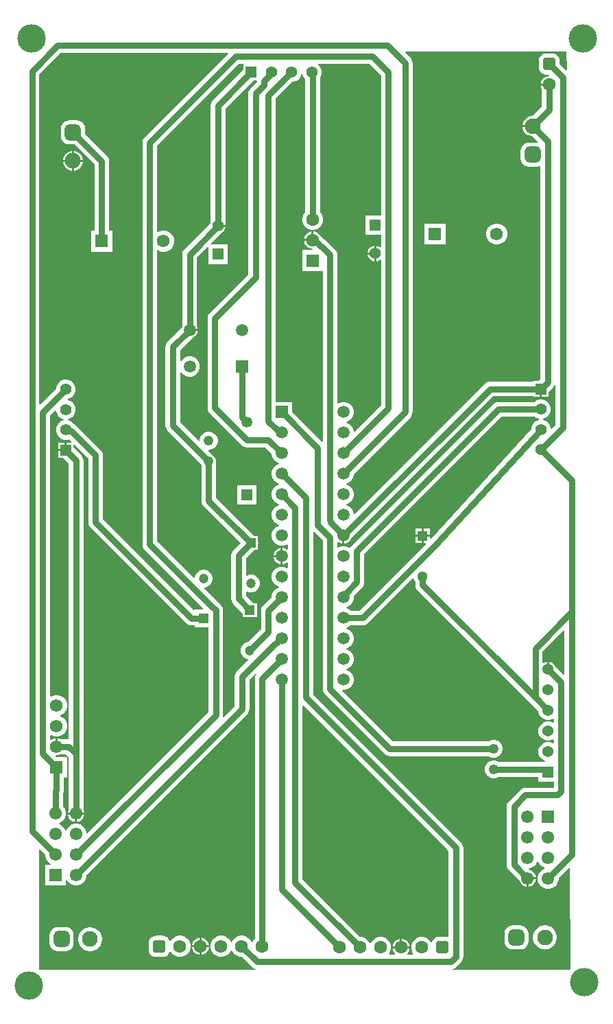
<source format=gtl>
G04*
G04 #@! TF.GenerationSoftware,Altium Limited,Altium Designer,23.1.1 (15)*
G04*
G04 Layer_Physical_Order=1*
G04 Layer_Color=255*
%FSLAX44Y44*%
%MOMM*%
G71*
G04*
G04 #@! TF.SameCoordinates,903AE006-7F47-48BF-86F7-E966476BCC6D*
G04*
G04*
G04 #@! TF.FilePolarity,Positive*
G04*
G01*
G75*
%ADD42R,1.4000X1.4000*%
%ADD43C,1.4000*%
%ADD44R,1.5700X1.5700*%
%ADD45C,1.5700*%
%ADD46R,1.4000X1.4000*%
%ADD47C,1.2000*%
%ADD48R,1.2000X1.2000*%
%ADD49R,1.3000X1.3000*%
%ADD50C,1.3000*%
%ADD51C,0.8000*%
%ADD52C,3.5000*%
%ADD53C,1.2100*%
G04:AMPARAMS|DCode=54|XSize=1.95mm|YSize=1.95mm|CornerRadius=0.4875mm|HoleSize=0mm|Usage=FLASHONLY|Rotation=0.000|XOffset=0mm|YOffset=0mm|HoleType=Round|Shape=RoundedRectangle|*
%AMROUNDEDRECTD54*
21,1,1.9500,0.9750,0,0,0.0*
21,1,0.9750,1.9500,0,0,0.0*
1,1,0.9750,0.4875,-0.4875*
1,1,0.9750,-0.4875,-0.4875*
1,1,0.9750,-0.4875,0.4875*
1,1,0.9750,0.4875,0.4875*
%
%ADD54ROUNDEDRECTD54*%
%ADD55C,1.9500*%
%ADD56R,1.5000X1.5000*%
%ADD57C,1.5000*%
%ADD58R,1.5800X1.5800*%
%ADD59C,1.5800*%
%ADD60R,1.4980X1.4980*%
%ADD61C,1.4980*%
%ADD62R,1.3700X1.3700*%
%ADD63C,1.3700*%
G04:AMPARAMS|DCode=64|XSize=1.95mm|YSize=1.95mm|CornerRadius=0.4875mm|HoleSize=0mm|Usage=FLASHONLY|Rotation=90.000|XOffset=0mm|YOffset=0mm|HoleType=Round|Shape=RoundedRectangle|*
%AMROUNDEDRECTD64*
21,1,1.9500,0.9750,0,0,90.0*
21,1,0.9750,1.9500,0,0,90.0*
1,1,0.9750,0.4875,0.4875*
1,1,0.9750,0.4875,-0.4875*
1,1,0.9750,-0.4875,-0.4875*
1,1,0.9750,-0.4875,0.4875*
%
%ADD64ROUNDEDRECTD64*%
%ADD65C,1.6000*%
%ADD66R,1.6000X1.6000*%
G04:AMPARAMS|DCode=67|XSize=1.6mm|YSize=1.6mm|CornerRadius=0.4mm|HoleSize=0mm|Usage=FLASHONLY|Rotation=270.000|XOffset=0mm|YOffset=0mm|HoleType=Round|Shape=RoundedRectangle|*
%AMROUNDEDRECTD67*
21,1,1.6000,0.8000,0,0,270.0*
21,1,0.8000,1.6000,0,0,270.0*
1,1,0.8000,-0.4000,-0.4000*
1,1,0.8000,-0.4000,0.4000*
1,1,0.8000,0.4000,0.4000*
1,1,0.8000,0.4000,-0.4000*
%
%ADD67ROUNDEDRECTD67*%
%ADD68R,1.3500X1.3500*%
%ADD69C,1.3500*%
G04:AMPARAMS|DCode=70|XSize=1.6mm|YSize=1.6mm|CornerRadius=0.4mm|HoleSize=0mm|Usage=FLASHONLY|Rotation=180.000|XOffset=0mm|YOffset=0mm|HoleType=Round|Shape=RoundedRectangle|*
%AMROUNDEDRECTD70*
21,1,1.6000,0.8000,0,0,180.0*
21,1,0.8000,1.6000,0,0,180.0*
1,1,0.8000,-0.4000,0.4000*
1,1,0.8000,0.4000,0.4000*
1,1,0.8000,0.4000,-0.4000*
1,1,0.8000,-0.4000,-0.4000*
%
%ADD70ROUNDEDRECTD70*%
%ADD71C,1.5500*%
%ADD72R,1.5500X1.5500*%
G36*
X919572Y1373307D02*
X918399Y1372818D01*
X910968Y1380250D01*
Y1384490D01*
X910658Y1386839D01*
X909751Y1389029D01*
X908309Y1390909D01*
X906429Y1392351D01*
X904240Y1393258D01*
X901890Y1393568D01*
X893890D01*
X891541Y1393258D01*
X889351Y1392351D01*
X887471Y1390909D01*
X886029Y1389029D01*
X885122Y1386839D01*
X884812Y1384490D01*
Y1376490D01*
X885122Y1374140D01*
X886029Y1371951D01*
X887471Y1370071D01*
X889351Y1368629D01*
X891541Y1367722D01*
X893890Y1367412D01*
X897495D01*
X897878Y1366900D01*
X897241Y1365630D01*
X896502D01*
X893822Y1364912D01*
X891418Y1363524D01*
X889456Y1361562D01*
X888068Y1359158D01*
X887350Y1356478D01*
Y1356360D01*
X897890D01*
Y1353820D01*
X887350D01*
Y1353702D01*
X888068Y1351022D01*
X888812Y1349733D01*
Y1327810D01*
X877022Y1316020D01*
X875952D01*
X872826Y1315183D01*
X870024Y1313565D01*
X867736Y1311276D01*
X866117Y1308474D01*
X865280Y1305348D01*
Y1305000D01*
X877570D01*
Y1302460D01*
X865280D01*
Y1302112D01*
X866117Y1298986D01*
X867736Y1296184D01*
X870024Y1293896D01*
X872826Y1292278D01*
X875952Y1291440D01*
X877022D01*
X883794Y1284669D01*
X883201Y1283466D01*
X882445Y1283565D01*
X872695D01*
X870117Y1283226D01*
X867715Y1282231D01*
X865652Y1280648D01*
X864069Y1278585D01*
X863074Y1276183D01*
X862735Y1273605D01*
Y1263855D01*
X863074Y1261277D01*
X864069Y1258875D01*
X865652Y1256812D01*
X867715Y1255229D01*
X870117Y1254234D01*
X872695Y1253895D01*
X882445D01*
X885023Y1254234D01*
X886232Y1254735D01*
X887288Y1254030D01*
Y992036D01*
X884432Y989180D01*
X878190D01*
Y988717D01*
X824700D01*
X822350Y988408D01*
X820161Y987501D01*
X818281Y986059D01*
X657563Y825341D01*
X656966Y825589D01*
X656371Y825945D01*
X655538Y829055D01*
X653893Y831905D01*
X651565Y834232D01*
X648715Y835878D01*
X647243Y836273D01*
Y837587D01*
X648715Y837982D01*
X651565Y839628D01*
X653893Y841955D01*
X655538Y844805D01*
X656390Y847984D01*
Y851276D01*
X655538Y854455D01*
X653893Y857305D01*
X651565Y859632D01*
X648715Y861278D01*
X647243Y861673D01*
Y862987D01*
X648715Y863382D01*
X651565Y865027D01*
X653893Y867355D01*
X655538Y870205D01*
X656390Y873384D01*
Y874692D01*
X726509Y944811D01*
X727952Y946691D01*
X728858Y948880D01*
X729168Y951230D01*
X729168Y951230D01*
Y1381760D01*
X729168Y1381760D01*
X728858Y1384109D01*
X727952Y1386299D01*
X726509Y1388179D01*
X726509Y1388179D01*
X720131Y1394557D01*
X720617Y1395730D01*
X919480D01*
X919572Y1373307D01*
D02*
G37*
G36*
X690184Y1366570D02*
Y1193810D01*
X671260D01*
Y1169810D01*
X690184D01*
Y1154981D01*
X688914Y1154561D01*
X686942Y1155700D01*
X684530Y1156346D01*
Y1146810D01*
Y1137274D01*
X686942Y1137920D01*
X688914Y1139059D01*
X690184Y1138639D01*
Y959562D01*
X657563Y926941D01*
X656966Y927189D01*
X656371Y927545D01*
X655538Y930655D01*
X653893Y933505D01*
X651565Y935833D01*
X648715Y937478D01*
X647243Y937873D01*
Y939187D01*
X648715Y939582D01*
X651565Y941227D01*
X653893Y943555D01*
X655538Y946405D01*
X656390Y949584D01*
Y952876D01*
X655538Y956055D01*
X653893Y958905D01*
X651565Y961233D01*
X648715Y962878D01*
X645536Y963730D01*
X642244D01*
X639065Y962878D01*
X637567Y962013D01*
X636468Y962648D01*
Y1145048D01*
X636158Y1147397D01*
X635252Y1149587D01*
X633809Y1151467D01*
X623570Y1161706D01*
X621690Y1163148D01*
X620451Y1163661D01*
X614374Y1169739D01*
X613958Y1170058D01*
X612262Y1171754D01*
X609858Y1173142D01*
X607178Y1173860D01*
X607060D01*
Y1163320D01*
X605790D01*
Y1162050D01*
X595250D01*
Y1161932D01*
X595968Y1159252D01*
X597356Y1156848D01*
X599318Y1154886D01*
X601722Y1153498D01*
X604402Y1152780D01*
X605371D01*
X605835Y1152190D01*
X605245Y1150920D01*
X592790D01*
Y1124920D01*
X618312D01*
Y915105D01*
X617139Y914619D01*
X580190Y951568D01*
Y963730D01*
X560258D01*
Y1337760D01*
X580828Y1358330D01*
X581570D01*
X584622Y1359148D01*
X587358Y1360728D01*
X589593Y1362962D01*
X591172Y1365698D01*
X591833Y1368162D01*
X593148D01*
X593808Y1365698D01*
X595387Y1362962D01*
X596712Y1361637D01*
Y1198027D01*
X595387Y1196702D01*
X593676Y1193738D01*
X592790Y1190432D01*
Y1187009D01*
X593676Y1183702D01*
X595387Y1180738D01*
X597808Y1178317D01*
X600772Y1176606D01*
X604078Y1175720D01*
X607501D01*
X610808Y1176606D01*
X613772Y1178317D01*
X616193Y1180738D01*
X617904Y1183702D01*
X618790Y1187009D01*
Y1190432D01*
X617904Y1193738D01*
X616193Y1196702D01*
X614868Y1198027D01*
Y1363439D01*
X616172Y1365698D01*
X616990Y1368750D01*
Y1371910D01*
X616172Y1374962D01*
X614592Y1377698D01*
X612496Y1379794D01*
X612691Y1381064D01*
X675690D01*
X690184Y1366570D01*
D02*
G37*
G36*
X520450Y1379870D02*
X520450D01*
Y1373628D01*
X482531Y1335709D01*
X481088Y1333829D01*
X480182Y1331640D01*
X479872Y1329290D01*
Y1184580D01*
X447491Y1152199D01*
X446049Y1150319D01*
X445142Y1148130D01*
X444833Y1145780D01*
Y1056807D01*
X444564Y1056341D01*
X444425Y1055822D01*
X426651Y1038048D01*
X425209Y1036169D01*
X424302Y1033979D01*
X423992Y1031630D01*
Y934720D01*
X424302Y932371D01*
X425209Y930181D01*
X426651Y928301D01*
X468442Y886510D01*
Y841610D01*
X468752Y839261D01*
X469659Y837071D01*
X471101Y835191D01*
X516752Y789540D01*
X507931Y780719D01*
X506488Y778839D01*
X505582Y776650D01*
X505272Y774300D01*
Y720960D01*
X505582Y718611D01*
X506488Y716421D01*
X507931Y714541D01*
X519780Y702692D01*
Y698450D01*
X525419D01*
X525970Y698222D01*
X528320Y697913D01*
X530669Y698222D01*
X531221Y698450D01*
X536860D01*
Y704090D01*
X537088Y704641D01*
X537398Y706990D01*
X537088Y709340D01*
X536860Y709891D01*
Y715530D01*
X532618D01*
X523428Y724720D01*
Y729126D01*
X524528Y729761D01*
X525344Y729289D01*
X528142Y728540D01*
X531038D01*
X533836Y729289D01*
X536344Y730738D01*
X538392Y732786D01*
X539840Y735294D01*
X540590Y738092D01*
Y740988D01*
X539840Y743786D01*
X538392Y746294D01*
X536344Y748342D01*
X533836Y749790D01*
X531038Y750540D01*
X528142D01*
X525344Y749790D01*
X524528Y749319D01*
X523428Y749954D01*
Y770540D01*
X533888Y781000D01*
X538130D01*
Y786639D01*
X538358Y787191D01*
X538668Y789540D01*
X538358Y791890D01*
X538130Y792441D01*
Y798080D01*
X533888D01*
X486598Y845370D01*
Y890270D01*
X486598Y890270D01*
X486288Y892619D01*
X485382Y894809D01*
X483939Y896689D01*
X477278Y903350D01*
X477804Y904620D01*
X478975D01*
X481785Y905373D01*
X484305Y906828D01*
X486362Y908885D01*
X487817Y911405D01*
X488570Y914215D01*
Y917125D01*
X487817Y919935D01*
X486362Y922455D01*
X484305Y924512D01*
X481785Y925967D01*
X478975Y926720D01*
X476065D01*
X473255Y925967D01*
X470735Y924512D01*
X468678Y922455D01*
X467223Y919935D01*
X466470Y917125D01*
Y915954D01*
X465200Y915428D01*
X442148Y938480D01*
Y1000324D01*
X443418Y1000664D01*
X443916Y999801D01*
X446241Y997476D01*
X449089Y995831D01*
X452266Y994980D01*
X455555D01*
X458731Y995831D01*
X461579Y997476D01*
X463905Y999801D01*
X465549Y1002649D01*
X466400Y1005826D01*
Y1009115D01*
X465549Y1012291D01*
X463905Y1015139D01*
X461579Y1017465D01*
X458731Y1019109D01*
X455555Y1019960D01*
X452266D01*
X449089Y1019109D01*
X446241Y1017465D01*
X443916Y1015139D01*
X443418Y1014277D01*
X442148Y1014617D01*
Y1027869D01*
X457262Y1042984D01*
X457782Y1043123D01*
X460069Y1044444D01*
X461936Y1046311D01*
X463257Y1048598D01*
X463940Y1051149D01*
Y1051200D01*
X453910D01*
Y1053740D01*
X463940D01*
Y1053790D01*
X463257Y1056341D01*
X462988Y1056807D01*
Y1142020D01*
X475777Y1154809D01*
X476950Y1154323D01*
Y1133820D01*
X500950D01*
Y1157820D01*
X480447D01*
X479961Y1158993D01*
X493261Y1172293D01*
X494808Y1173186D01*
X496584Y1174962D01*
X497840Y1177138D01*
X498486Y1179550D01*
X488950D01*
Y1182090D01*
X498486D01*
X498028Y1183802D01*
Y1325530D01*
X533288Y1360790D01*
X536092D01*
X536929Y1359835D01*
X536912Y1359706D01*
Y1358474D01*
X528981Y1350543D01*
X527538Y1348663D01*
X526632Y1346474D01*
X526322Y1344124D01*
Y1120820D01*
X478721Y1073219D01*
X477279Y1071339D01*
X476372Y1069149D01*
X476062Y1066800D01*
Y956176D01*
X476372Y953827D01*
X477279Y951637D01*
X478721Y949757D01*
X517957Y910521D01*
X517957Y910521D01*
X519837Y909079D01*
X522027Y908172D01*
X524376Y907862D01*
X524376Y907862D01*
X547420D01*
X555190Y900092D01*
Y898784D01*
X556042Y895605D01*
X557687Y892755D01*
X560015Y890427D01*
X562865Y888782D01*
X564337Y888387D01*
Y887073D01*
X562865Y886678D01*
X560015Y885033D01*
X557687Y882705D01*
X556042Y879855D01*
X555190Y876676D01*
Y873384D01*
X556042Y870205D01*
X557687Y867355D01*
X560015Y865027D01*
X562865Y863382D01*
X564337Y862987D01*
Y861673D01*
X562865Y861278D01*
X560015Y859632D01*
X557687Y857305D01*
X556042Y854455D01*
X555190Y851276D01*
Y847984D01*
X556042Y844805D01*
X557687Y841955D01*
X560015Y839628D01*
X562865Y837982D01*
X564337Y837587D01*
Y836273D01*
X562865Y835878D01*
X560015Y834232D01*
X557687Y831905D01*
X556042Y829055D01*
X555190Y825876D01*
Y822584D01*
X556042Y819405D01*
X557687Y816555D01*
X560015Y814228D01*
X562865Y812582D01*
X564337Y812187D01*
Y810873D01*
X562865Y810478D01*
X560015Y808832D01*
X557687Y806505D01*
X556042Y803655D01*
X555190Y800476D01*
Y797184D01*
X556042Y794005D01*
X557687Y791155D01*
X560015Y788828D01*
X562865Y787182D01*
X566044Y786330D01*
X569336D01*
X572515Y787182D01*
X574022Y788052D01*
X575122Y787417D01*
Y781856D01*
X573949Y781370D01*
X573855Y781464D01*
X571565Y782786D01*
X569012Y783470D01*
X568960D01*
Y773430D01*
Y763390D01*
X569012D01*
X571565Y764074D01*
X573855Y765396D01*
X573949Y765490D01*
X575122Y765004D01*
Y759443D01*
X574022Y758808D01*
X572515Y759678D01*
X569336Y760530D01*
X566044D01*
X562865Y759678D01*
X560015Y758033D01*
X557687Y755705D01*
X556042Y752855D01*
X555190Y749676D01*
Y746384D01*
X556042Y743205D01*
X557687Y740355D01*
X560015Y738027D01*
X562865Y736382D01*
X564337Y735987D01*
Y734673D01*
X562865Y734278D01*
X560015Y732633D01*
X557687Y730305D01*
X556042Y727455D01*
X555190Y724276D01*
Y722968D01*
X544761Y712539D01*
X543318Y710659D01*
X542412Y708469D01*
X542102Y706120D01*
Y683610D01*
X526340Y667847D01*
X524074Y667240D01*
X521566Y665792D01*
X519518Y663744D01*
X518070Y661236D01*
X517320Y658438D01*
Y655542D01*
X518070Y652744D01*
X519518Y650236D01*
X521566Y648188D01*
X524074Y646739D01*
X525664Y646313D01*
X526044Y644897D01*
X512249Y631102D01*
X510807Y629222D01*
X509900Y627033D01*
X509590Y624683D01*
Y588468D01*
X496171Y575049D01*
X494992Y575666D01*
X495248Y577610D01*
Y706688D01*
X494939Y709037D01*
X494032Y711227D01*
X492589Y713107D01*
X492589Y713107D01*
X487317Y718379D01*
X485906Y719462D01*
X471781Y733587D01*
X472267Y734760D01*
X472618D01*
X475416Y735510D01*
X477924Y736958D01*
X479972Y739006D01*
X481420Y741514D01*
X482170Y744312D01*
Y747208D01*
X481420Y750006D01*
X479972Y752514D01*
X477924Y754562D01*
X475416Y756011D01*
X472618Y756760D01*
X469722D01*
X466924Y756011D01*
X464416Y754562D01*
X462368Y752514D01*
X460920Y750006D01*
X460170Y747208D01*
Y746857D01*
X458997Y746371D01*
X413817Y791550D01*
Y1150351D01*
X414917Y1150986D01*
X416661Y1149979D01*
X419942Y1149100D01*
X423338D01*
X426619Y1149979D01*
X429561Y1151678D01*
X431963Y1154080D01*
X433661Y1157021D01*
X434540Y1160302D01*
Y1163699D01*
X433661Y1166979D01*
X431963Y1169921D01*
X429561Y1172323D01*
X426619Y1174021D01*
X423338Y1174900D01*
X419942D01*
X416661Y1174021D01*
X414917Y1173015D01*
X413817Y1173650D01*
Y1279820D01*
X515062Y1381064D01*
X520267D01*
X520450Y1379870D01*
D02*
G37*
G36*
X905830Y984288D02*
Y935578D01*
X900903Y930651D01*
X899730Y931137D01*
Y931220D01*
X898912Y934272D01*
X897332Y937008D01*
X895098Y939242D01*
X892362Y940822D01*
X889897Y941483D01*
Y942797D01*
X892362Y943458D01*
X895098Y945038D01*
X897332Y947272D01*
X898912Y950008D01*
X899730Y953060D01*
Y956220D01*
X898912Y959272D01*
X897332Y962008D01*
X895098Y964243D01*
X892362Y965822D01*
X889310Y966640D01*
X886150D01*
X883098Y965822D01*
X880362Y964243D01*
X879837Y963718D01*
X835260D01*
X835260Y963718D01*
X832911Y963409D01*
X830721Y962502D01*
X828841Y961059D01*
X828841Y961059D01*
X653971Y786189D01*
X652528Y784309D01*
X652516Y784278D01*
X652369Y784148D01*
X650996Y783775D01*
X650940Y783793D01*
X648715Y785078D01*
X645536Y785930D01*
X642244D01*
X639065Y785078D01*
X637567Y784213D01*
X636468Y784848D01*
Y790394D01*
X637641Y790880D01*
X637725Y790796D01*
X640015Y789474D01*
X642568Y788790D01*
X642620D01*
Y798830D01*
X645160D01*
Y788790D01*
X645212D01*
X647765Y789474D01*
X650055Y790796D01*
X651924Y792665D01*
X653246Y794955D01*
X653390Y795492D01*
X828460Y970562D01*
X878190D01*
Y970100D01*
X886460D01*
Y979640D01*
X889000D01*
Y970100D01*
X897270D01*
Y976342D01*
X902785Y981857D01*
X902785Y981857D01*
X904228Y983737D01*
X904560Y984541D01*
X905830Y984288D01*
D02*
G37*
G36*
X880362Y945038D02*
X883098Y943458D01*
X885563Y942797D01*
Y941483D01*
X883098Y940822D01*
X880362Y939242D01*
X878128Y937008D01*
X876548Y934272D01*
X875730Y931220D01*
Y929979D01*
X751990Y794902D01*
X750720Y795396D01*
Y797160D01*
X742950D01*
Y789390D01*
X744921D01*
X745407Y788217D01*
X663498Y706308D01*
X652490D01*
X651565Y707233D01*
X648715Y708878D01*
X647243Y709273D01*
Y710587D01*
X648715Y710982D01*
X651565Y712627D01*
X653893Y714955D01*
X655538Y717805D01*
X656390Y720984D01*
Y724276D01*
X656373Y724340D01*
X666809Y734776D01*
X666809Y734777D01*
X668251Y736657D01*
X669158Y738846D01*
X669467Y741195D01*
X669467Y741196D01*
Y776010D01*
X839020Y945563D01*
X879837D01*
X880362Y945038D01*
D02*
G37*
G36*
X501421Y1393099D02*
X398321Y1289999D01*
X396878Y1288119D01*
X395971Y1285929D01*
X395662Y1283580D01*
Y787790D01*
X395971Y785441D01*
X396878Y783251D01*
X398321Y781371D01*
X470559Y709134D01*
X470073Y707960D01*
X460170D01*
Y707624D01*
X458900Y707098D01*
X346898Y819100D01*
Y897890D01*
X346898Y897890D01*
X346588Y900239D01*
X345681Y902429D01*
X344239Y904309D01*
X344239Y904309D01*
X314107Y934441D01*
X312227Y935883D01*
X310554Y936576D01*
X308358Y938773D01*
X305622Y940352D01*
X303158Y941012D01*
Y942327D01*
X305622Y942988D01*
X308358Y944567D01*
X310592Y946802D01*
X312172Y949538D01*
X312990Y952590D01*
Y955750D01*
X312172Y958802D01*
X310592Y961538D01*
X308358Y963772D01*
X305622Y965352D01*
X303157Y966012D01*
Y967327D01*
X305622Y967988D01*
X308358Y969568D01*
X310592Y971802D01*
X312172Y974538D01*
X312990Y977590D01*
Y980750D01*
X312172Y983802D01*
X310592Y986538D01*
X308358Y988772D01*
X305622Y990352D01*
X302570Y991170D01*
X299410D01*
X296358Y990352D01*
X293622Y988772D01*
X291388Y986538D01*
X289808Y983802D01*
X288990Y980750D01*
Y980008D01*
X269585Y960603D01*
X268412Y961089D01*
Y1367840D01*
X294844Y1394272D01*
X500935D01*
X501421Y1393099D01*
D02*
G37*
G36*
X916752Y681275D02*
Y628095D01*
X915579Y627609D01*
X904737Y638450D01*
X904134Y639496D01*
X902386Y641244D01*
X900244Y642480D01*
X897890Y643111D01*
Y633730D01*
X895350D01*
Y643111D01*
X892996Y642480D01*
X890966Y641308D01*
X890156Y641533D01*
X889696Y641724D01*
Y655878D01*
X915579Y681761D01*
X916752Y681275D01*
D02*
G37*
G36*
X618312Y793185D02*
Y609590D01*
X618622Y607240D01*
X619529Y605051D01*
X620971Y603171D01*
X694621Y529521D01*
X696501Y528078D01*
X698690Y527172D01*
X701040Y526862D01*
X822933D01*
X825045Y525643D01*
X827855Y524890D01*
X830765D01*
X833575Y525643D01*
X836095Y527098D01*
X838152Y529155D01*
X839607Y531675D01*
X840360Y534485D01*
Y537395D01*
X839607Y540205D01*
X838152Y542725D01*
X836095Y544782D01*
X833575Y546237D01*
X830765Y546990D01*
X827855D01*
X825045Y546237D01*
X822933Y545018D01*
X704800D01*
X642558Y607260D01*
X643084Y608530D01*
X645536D01*
X648715Y609382D01*
X651565Y611027D01*
X653893Y613355D01*
X655538Y616205D01*
X656390Y619384D01*
Y622676D01*
X655538Y625855D01*
X653893Y628705D01*
X651565Y631032D01*
X648715Y632678D01*
X647243Y633073D01*
Y634387D01*
X648715Y634782D01*
X651565Y636427D01*
X653893Y638755D01*
X655538Y641605D01*
X656390Y644784D01*
Y648076D01*
X655538Y651255D01*
X653893Y654105D01*
X651565Y656432D01*
X648715Y658078D01*
X647243Y658473D01*
Y659787D01*
X648715Y660182D01*
X651565Y661827D01*
X653893Y664155D01*
X655538Y667005D01*
X656390Y670184D01*
Y673476D01*
X655538Y676655D01*
X653893Y679505D01*
X651565Y681833D01*
X648715Y683478D01*
X647243Y683873D01*
Y685187D01*
X648715Y685582D01*
X651565Y687227D01*
X652490Y688152D01*
X667258D01*
X669607Y688462D01*
X671797Y689369D01*
X673677Y690811D01*
X729059Y746193D01*
X730475Y745814D01*
X730964Y743991D01*
X732478Y741369D01*
X732602Y741244D01*
Y737870D01*
X732912Y735521D01*
X733819Y733331D01*
X735261Y731451D01*
X874199Y592513D01*
X884770Y581942D01*
Y581370D01*
X885578Y578356D01*
X887138Y575654D01*
X889344Y573448D01*
X892046Y571888D01*
X895060Y571080D01*
X898180D01*
X901194Y571888D01*
X902445Y572610D01*
X903544Y571975D01*
Y568485D01*
X902445Y567850D01*
X901194Y568572D01*
X898180Y569380D01*
X895060D01*
X892046Y568572D01*
X889344Y567012D01*
X887138Y564806D01*
X885578Y562104D01*
X884770Y559090D01*
Y555970D01*
X885578Y552956D01*
X887138Y550254D01*
X889344Y548048D01*
X892046Y546488D01*
X895060Y545680D01*
X898180D01*
X901194Y546488D01*
X902445Y547210D01*
X903544Y546575D01*
Y543085D01*
X902445Y542450D01*
X901194Y543172D01*
X898180Y543980D01*
X895060D01*
X892046Y543172D01*
X889344Y541612D01*
X887138Y539406D01*
X885578Y536704D01*
X884770Y533690D01*
Y530570D01*
X885578Y527556D01*
X887138Y524854D01*
X889344Y522648D01*
X892046Y521088D01*
X892792Y520888D01*
X892625Y519618D01*
X835687D01*
X833575Y520837D01*
X830765Y521590D01*
X827855D01*
X825045Y520837D01*
X822525Y519382D01*
X820468Y517325D01*
X819013Y514805D01*
X818260Y511995D01*
Y509085D01*
X819013Y506275D01*
X820468Y503755D01*
X822525Y501698D01*
X825045Y500243D01*
X827855Y499490D01*
X830765D01*
X833575Y500243D01*
X835687Y501462D01*
X884770D01*
Y494880D01*
X903544D01*
Y487868D01*
X868680D01*
X868680Y487868D01*
X866331Y487558D01*
X864141Y486651D01*
X862261Y485209D01*
X862261Y485209D01*
X848037Y470985D01*
X846594Y469105D01*
X845688Y466915D01*
X845378Y464566D01*
Y392684D01*
X845688Y390335D01*
X846594Y388145D01*
X848037Y386265D01*
X861367Y372936D01*
X861631Y371948D01*
X862986Y369602D01*
X864902Y367686D01*
X867248Y366331D01*
X869865Y365630D01*
X869950D01*
Y375920D01*
X871220D01*
Y377190D01*
X881510D01*
Y377275D01*
X880809Y379892D01*
X879454Y382238D01*
X877538Y384154D01*
X875192Y385509D01*
X874204Y385773D01*
X872545Y387433D01*
X873139Y388634D01*
X876141Y389439D01*
X879049Y391118D01*
X881423Y393491D01*
X883101Y396399D01*
X883285Y397085D01*
X884555D01*
X884739Y396399D01*
X886417Y393491D01*
X888791Y391118D01*
X891699Y389439D01*
X892385Y389255D01*
Y387985D01*
X891699Y387801D01*
X888791Y386123D01*
X886417Y383749D01*
X884739Y380841D01*
X883870Y377599D01*
Y374241D01*
X884739Y370999D01*
X886417Y368091D01*
X888791Y365718D01*
X891699Y364039D01*
X894941Y363170D01*
X898299D01*
X901541Y364039D01*
X904449Y365718D01*
X906823Y368091D01*
X908501Y370999D01*
X909370Y374241D01*
Y375832D01*
X922417Y388880D01*
X923592Y388396D01*
X924100Y263790D01*
X923204Y262890D01*
X777987D01*
X777903Y264160D01*
X778827Y264282D01*
X781017Y265189D01*
X782897Y266631D01*
X789247Y272981D01*
X789247Y272981D01*
X790689Y274861D01*
X791596Y277050D01*
X791906Y279400D01*
Y413512D01*
X791596Y415862D01*
X790689Y418051D01*
X789247Y419931D01*
X606278Y602900D01*
Y803560D01*
X607451Y804047D01*
X618312Y793185D01*
D02*
G37*
G36*
X288990Y952673D02*
Y952590D01*
X289808Y949538D01*
X291388Y946802D01*
X293622Y944567D01*
X296358Y942988D01*
X298822Y942327D01*
Y941012D01*
X296358Y940352D01*
X293622Y938773D01*
X291388Y936538D01*
X289808Y933802D01*
X288990Y930750D01*
Y927590D01*
X289808Y924538D01*
X291388Y921802D01*
X293622Y919568D01*
X296358Y917988D01*
X299410Y917170D01*
X302570D01*
X305040Y917832D01*
X307989Y914883D01*
X307503Y913710D01*
X302260D01*
Y904170D01*
X300990D01*
Y902900D01*
X291450D01*
Y894630D01*
X297692D01*
X304612Y887710D01*
Y547558D01*
X294617D01*
X293570Y548162D01*
X290928Y548870D01*
X290830D01*
Y538480D01*
X288290D01*
Y548870D01*
X288192D01*
X285550Y548162D01*
X283180Y546794D01*
X282793Y546407D01*
X281620Y546893D01*
Y552160D01*
X282890Y552893D01*
X284600Y551906D01*
X287868Y551030D01*
X291252D01*
X294520Y551906D01*
X297450Y553597D01*
X299842Y555990D01*
X301534Y558920D01*
X302410Y562188D01*
Y565572D01*
X301534Y568840D01*
X299842Y571770D01*
X297450Y574162D01*
X294520Y575854D01*
X294181Y575945D01*
Y577215D01*
X294520Y577306D01*
X297450Y578997D01*
X299842Y581390D01*
X301534Y584320D01*
X302410Y587588D01*
Y590972D01*
X301534Y594240D01*
X299842Y597170D01*
X297450Y599562D01*
X294520Y601254D01*
X291252Y602130D01*
X287868D01*
X284600Y601254D01*
X282890Y600267D01*
X281620Y601000D01*
Y946962D01*
X287817Y953159D01*
X288990Y952673D01*
D02*
G37*
G36*
X328742Y894130D02*
Y815340D01*
X329052Y812991D01*
X329958Y810801D01*
X331401Y808921D01*
X449781Y690541D01*
X451661Y689099D01*
X453850Y688192D01*
X456200Y687883D01*
X460170D01*
Y685960D01*
X477093D01*
Y581370D01*
X327577Y431855D01*
X326376Y432449D01*
X325571Y435451D01*
X323893Y438359D01*
X321519Y440732D01*
X318611Y442411D01*
X315369Y443280D01*
X312011D01*
X308769Y442411D01*
X305861Y440732D01*
X303487Y438359D01*
X301809Y435451D01*
X301625Y434765D01*
X300355D01*
X300171Y435451D01*
X298493Y438359D01*
X296119Y440732D01*
X293211Y442411D01*
X292525Y442595D01*
Y443865D01*
X293211Y444049D01*
X296119Y445728D01*
X298493Y448101D01*
X300171Y451009D01*
X301040Y454251D01*
Y457609D01*
X300171Y460851D01*
X298493Y463759D01*
X297368Y464884D01*
Y480531D01*
X297421Y480601D01*
X298328Y482790D01*
X298638Y485140D01*
X298638Y485140D01*
Y500230D01*
X302410D01*
Y525930D01*
X289548D01*
X288658Y526820D01*
X289184Y528090D01*
X290928D01*
X293570Y528798D01*
X294617Y529402D01*
X301040D01*
X304612Y525830D01*
Y460787D01*
X304101Y459902D01*
X303400Y457285D01*
Y457200D01*
X313690D01*
X323980D01*
Y457285D01*
X323279Y459902D01*
X322768Y460787D01*
Y529590D01*
X322768Y529590D01*
X322768Y529590D01*
Y891470D01*
X322458Y893819D01*
X321552Y896009D01*
X320109Y897889D01*
X310530Y907468D01*
Y910683D01*
X311703Y911169D01*
X328742Y894130D01*
D02*
G37*
G36*
X536493Y627874D02*
X535699Y626839D01*
X534792Y624649D01*
X534482Y622300D01*
Y301407D01*
X533157Y300082D01*
X531544Y297287D01*
X530860Y297196D01*
X530176Y297287D01*
X528563Y300082D01*
X526142Y302503D01*
X523178Y304214D01*
X519871Y305100D01*
X516449D01*
X513142Y304214D01*
X510178Y302503D01*
X507757Y300082D01*
X506144Y297287D01*
X505460Y297196D01*
X504776Y297287D01*
X503163Y300082D01*
X500742Y302503D01*
X497778Y304214D01*
X494472Y305100D01*
X491049D01*
X487742Y304214D01*
X484778Y302503D01*
X482357Y300082D01*
X480646Y297118D01*
X479760Y293811D01*
Y290389D01*
X480646Y287082D01*
X482357Y284118D01*
X484778Y281697D01*
X487742Y279986D01*
X491049Y279100D01*
X494472D01*
X497778Y279986D01*
X500742Y281697D01*
X503163Y284118D01*
X504776Y286913D01*
X505460Y287004D01*
X506144Y286913D01*
X507757Y284118D01*
X510178Y281697D01*
X513142Y279986D01*
X516449Y279100D01*
X518322D01*
X530791Y266631D01*
X532671Y265189D01*
X534860Y264282D01*
X535785Y264160D01*
X535702Y262890D01*
X267970D01*
Y410953D01*
X269143Y411439D01*
X275540Y405042D01*
Y403451D01*
X276409Y400209D01*
X278088Y397301D01*
X280461Y394927D01*
X282501Y393750D01*
X282160Y392480D01*
X275540D01*
Y366980D01*
X301040D01*
Y373601D01*
X302310Y373941D01*
X303487Y371901D01*
X305861Y369528D01*
X308769Y367849D01*
X312011Y366980D01*
X315369D01*
X318611Y367849D01*
X321519Y369528D01*
X323893Y371901D01*
X325571Y374809D01*
X326440Y378051D01*
Y379642D01*
X525087Y578289D01*
X525087Y578289D01*
X526530Y580169D01*
X527436Y582359D01*
X527746Y584708D01*
Y620923D01*
X535536Y628714D01*
X536493Y627874D01*
D02*
G37*
G36*
X773750Y409752D02*
Y304082D01*
X772694Y303377D01*
X772160Y303598D01*
X769810Y303908D01*
X761810D01*
X759461Y303598D01*
X757271Y302691D01*
X755391Y301249D01*
X753949Y299369D01*
X753117Y297361D01*
X752506Y297176D01*
X751760Y297172D01*
X750813Y298812D01*
X748392Y301233D01*
X745428Y302944D01*
X742122Y303830D01*
X738699D01*
X735392Y302944D01*
X732428Y301233D01*
X730007Y298812D01*
X728296Y295848D01*
X727410Y292542D01*
Y289118D01*
X728296Y285812D01*
X729690Y283398D01*
X729019Y282128D01*
X723009D01*
X722483Y283398D01*
X723444Y284358D01*
X724832Y286762D01*
X725550Y289442D01*
Y289560D01*
X715010D01*
X704470D01*
Y289442D01*
X705188Y286762D01*
X706576Y284358D01*
X707537Y283398D01*
X707010Y282128D01*
X701001D01*
X700330Y283398D01*
X701724Y285812D01*
X702610Y289118D01*
Y292542D01*
X701724Y295848D01*
X700013Y298812D01*
X697592Y301233D01*
X694628Y302944D01*
X691321Y303830D01*
X687898D01*
X684592Y302944D01*
X681628Y301233D01*
X679207Y298812D01*
X677594Y296017D01*
X676910Y295926D01*
X676226Y296017D01*
X674613Y298812D01*
X672192Y301233D01*
X669228Y302944D01*
X665921Y303830D01*
X664048D01*
X593278Y374600D01*
Y588565D01*
X594451Y589051D01*
X773750Y409752D01*
D02*
G37*
%LPC*%
G36*
X834818Y1183840D02*
X831422D01*
X828141Y1182961D01*
X825199Y1181263D01*
X822797Y1178861D01*
X821099Y1175919D01*
X820220Y1172638D01*
Y1169242D01*
X821099Y1165961D01*
X822797Y1163019D01*
X825199Y1160618D01*
X828141Y1158919D01*
X831422Y1158040D01*
X834818D01*
X838099Y1158919D01*
X841041Y1160618D01*
X843443Y1163019D01*
X845141Y1165961D01*
X846020Y1169242D01*
Y1172638D01*
X845141Y1175919D01*
X843443Y1178861D01*
X841041Y1181263D01*
X838099Y1182961D01*
X834818Y1183840D01*
D02*
G37*
G36*
X769820D02*
X744020D01*
Y1158040D01*
X769820D01*
Y1183840D01*
D02*
G37*
G36*
X604520Y1173860D02*
X604402D01*
X601722Y1173142D01*
X599318Y1171754D01*
X597356Y1169792D01*
X595968Y1167388D01*
X595250Y1164708D01*
Y1164590D01*
X604520D01*
Y1173860D01*
D02*
G37*
G36*
X681990Y1156346D02*
X679578Y1155700D01*
X677402Y1154444D01*
X675626Y1152668D01*
X674370Y1150492D01*
X673724Y1148080D01*
X681990D01*
Y1156346D01*
D02*
G37*
G36*
Y1145540D02*
X673724D01*
X674370Y1143128D01*
X675626Y1140952D01*
X677402Y1139176D01*
X679578Y1137920D01*
X681990Y1137274D01*
Y1145540D01*
D02*
G37*
G36*
X536260Y860830D02*
X512760D01*
Y837330D01*
X536260D01*
Y860830D01*
D02*
G37*
G36*
X566420Y783470D02*
X566368D01*
X563815Y782786D01*
X561525Y781464D01*
X559656Y779595D01*
X558334Y777305D01*
X557650Y774752D01*
Y774700D01*
X566420D01*
Y783470D01*
D02*
G37*
G36*
Y772160D02*
X557650D01*
Y772108D01*
X558334Y769555D01*
X559656Y767265D01*
X561525Y765396D01*
X563815Y764074D01*
X566368Y763390D01*
X566420D01*
Y772160D01*
D02*
G37*
G36*
X750720Y807470D02*
X742950D01*
Y799700D01*
X750720D01*
Y807470D01*
D02*
G37*
G36*
X740410D02*
X732640D01*
Y799700D01*
X740410D01*
Y807470D01*
D02*
G37*
G36*
Y797160D02*
X732640D01*
Y789390D01*
X740410D01*
Y797160D01*
D02*
G37*
G36*
X311498Y1273400D02*
X311150D01*
Y1262380D01*
X322170D01*
Y1262728D01*
X321333Y1265854D01*
X319714Y1268656D01*
X317426Y1270944D01*
X314624Y1272562D01*
X311498Y1273400D01*
D02*
G37*
G36*
X308610D02*
X308262D01*
X305136Y1272562D01*
X302334Y1270944D01*
X300046Y1268656D01*
X298428Y1265854D01*
X297590Y1262728D01*
Y1262380D01*
X308610D01*
Y1273400D01*
D02*
G37*
G36*
X322170Y1259840D02*
X311150D01*
Y1248820D01*
X311498D01*
X314624Y1249658D01*
X317426Y1251276D01*
X319714Y1253564D01*
X321333Y1256366D01*
X322170Y1259492D01*
Y1259840D01*
D02*
G37*
G36*
X308610D02*
X297590D01*
Y1259492D01*
X298428Y1256366D01*
X300046Y1253564D01*
X302334Y1251276D01*
X305136Y1249658D01*
X308262Y1248820D01*
X308610D01*
Y1259840D01*
D02*
G37*
G36*
X314755Y1310945D02*
X305005D01*
X302427Y1310606D01*
X300025Y1309611D01*
X297962Y1308028D01*
X296379Y1305965D01*
X295384Y1303563D01*
X295045Y1300985D01*
Y1291235D01*
X295384Y1288657D01*
X296379Y1286255D01*
X297962Y1284192D01*
X300025Y1282609D01*
X302427Y1281614D01*
X305005Y1281275D01*
X311877D01*
X336362Y1256790D01*
Y1174900D01*
X332540D01*
Y1149100D01*
X358340D01*
Y1174900D01*
X354518D01*
Y1260550D01*
X354208Y1262900D01*
X353302Y1265089D01*
X351859Y1266969D01*
X324715Y1294113D01*
Y1300985D01*
X324376Y1303563D01*
X323381Y1305965D01*
X321798Y1308028D01*
X319735Y1309611D01*
X317333Y1310606D01*
X314755Y1310945D01*
D02*
G37*
G36*
X881510Y374650D02*
X872490D01*
Y365630D01*
X872575D01*
X875192Y366331D01*
X877538Y367686D01*
X879454Y369602D01*
X880809Y371948D01*
X881510Y374565D01*
Y374650D01*
D02*
G37*
G36*
X893983Y317820D02*
X891077D01*
X888228Y317253D01*
X885543Y316141D01*
X883128Y314527D01*
X881073Y312473D01*
X879459Y310057D01*
X878347Y307373D01*
X877780Y304523D01*
Y301618D01*
X878347Y298768D01*
X879459Y296084D01*
X881073Y293668D01*
X883128Y291613D01*
X885543Y289999D01*
X888228Y288887D01*
X891077Y288320D01*
X893983D01*
X896833Y288887D01*
X899517Y289999D01*
X901933Y291613D01*
X903987Y293668D01*
X905601Y296084D01*
X906713Y298768D01*
X907280Y301618D01*
Y304523D01*
X906713Y307373D01*
X905601Y310057D01*
X903987Y312473D01*
X901933Y314527D01*
X899517Y316141D01*
X896833Y317253D01*
X893983Y317820D01*
D02*
G37*
G36*
X862405Y317906D02*
X852655D01*
X850077Y317566D01*
X847675Y316571D01*
X845612Y314988D01*
X844029Y312925D01*
X843034Y310523D01*
X842695Y307945D01*
Y298195D01*
X843034Y295617D01*
X844029Y293215D01*
X845612Y291152D01*
X847675Y289569D01*
X850077Y288575D01*
X852655Y288235D01*
X862405D01*
X864983Y288575D01*
X867385Y289569D01*
X869448Y291152D01*
X871031Y293215D01*
X872026Y295617D01*
X872365Y298195D01*
Y307945D01*
X872026Y310523D01*
X871031Y312925D01*
X869448Y314988D01*
X867385Y316571D01*
X864983Y317566D01*
X862405Y317906D01*
D02*
G37*
G36*
X299720Y913710D02*
X291450D01*
Y905440D01*
X299720D01*
Y913710D01*
D02*
G37*
G36*
X323980Y454660D02*
X314960D01*
Y445640D01*
X315045D01*
X317662Y446341D01*
X320008Y447696D01*
X321924Y449612D01*
X323279Y451958D01*
X323980Y454575D01*
Y454660D01*
D02*
G37*
G36*
X312420D02*
X303400D01*
Y454575D01*
X304101Y451958D01*
X305456Y449612D01*
X307372Y447696D01*
X309718Y446341D01*
X312335Y445640D01*
X312420D01*
Y454660D01*
D02*
G37*
G36*
X468748Y302640D02*
X468630D01*
Y293370D01*
X477900D01*
Y293488D01*
X477182Y296168D01*
X475794Y298572D01*
X473832Y300534D01*
X471428Y301922D01*
X468748Y302640D01*
D02*
G37*
G36*
X466090D02*
X465972D01*
X463292Y301922D01*
X460888Y300534D01*
X458926Y298572D01*
X457538Y296168D01*
X456820Y293488D01*
Y293370D01*
X466090D01*
Y302640D01*
D02*
G37*
G36*
X332363Y315740D02*
X329457D01*
X326608Y315173D01*
X323923Y314061D01*
X321508Y312447D01*
X319453Y310393D01*
X317839Y307977D01*
X316727Y305292D01*
X316160Y302443D01*
Y299537D01*
X316727Y296688D01*
X317839Y294003D01*
X319453Y291587D01*
X321508Y289533D01*
X323923Y287919D01*
X326608Y286807D01*
X329457Y286240D01*
X332363D01*
X335213Y286807D01*
X337897Y287919D01*
X340313Y289533D01*
X342367Y291587D01*
X343982Y294003D01*
X345093Y296688D01*
X345660Y299537D01*
Y302443D01*
X345093Y305292D01*
X343982Y307977D01*
X342367Y310393D01*
X340313Y312447D01*
X337897Y314061D01*
X335213Y315173D01*
X332363Y315740D01*
D02*
G37*
G36*
X300785Y315825D02*
X291035D01*
X288457Y315486D01*
X286055Y314491D01*
X283992Y312908D01*
X282409Y310845D01*
X281414Y308443D01*
X281075Y305865D01*
Y296115D01*
X281414Y293537D01*
X282409Y291135D01*
X283992Y289072D01*
X286055Y287489D01*
X288457Y286494D01*
X291035Y286155D01*
X300785D01*
X303363Y286494D01*
X305765Y287489D01*
X307828Y289072D01*
X309411Y291135D01*
X310406Y293537D01*
X310745Y296115D01*
Y305865D01*
X310406Y308443D01*
X309411Y310845D01*
X307828Y312908D01*
X305765Y314491D01*
X303363Y315486D01*
X300785Y315825D01*
D02*
G37*
G36*
X477900Y290830D02*
X468630D01*
Y281560D01*
X468748D01*
X471428Y282278D01*
X473832Y283666D01*
X475794Y285628D01*
X477182Y288032D01*
X477900Y290712D01*
Y290830D01*
D02*
G37*
G36*
X466090D02*
X456820D01*
Y290712D01*
X457538Y288032D01*
X458926Y285628D01*
X460888Y283666D01*
X463292Y282278D01*
X465972Y281560D01*
X466090D01*
Y290830D01*
D02*
G37*
G36*
X420560Y305178D02*
X412560D01*
X410210Y304868D01*
X408021Y303961D01*
X406141Y302519D01*
X404699Y300639D01*
X403792Y298449D01*
X403482Y296100D01*
Y288100D01*
X403792Y285751D01*
X404699Y283561D01*
X406141Y281681D01*
X408021Y280239D01*
X410210Y279332D01*
X412560Y279022D01*
X420560D01*
X422910Y279332D01*
X425099Y280239D01*
X426979Y281681D01*
X428421Y283561D01*
X429253Y285569D01*
X429864Y285754D01*
X430610Y285758D01*
X431557Y284118D01*
X433978Y281697D01*
X436942Y279986D01*
X440248Y279100D01*
X443671D01*
X446978Y279986D01*
X449942Y281697D01*
X452363Y284118D01*
X454074Y287082D01*
X454960Y290389D01*
Y293811D01*
X454074Y297118D01*
X452363Y300082D01*
X449942Y302503D01*
X446978Y304214D01*
X443671Y305100D01*
X440248D01*
X436942Y304214D01*
X433978Y302503D01*
X431557Y300082D01*
X430610Y298442D01*
X429864Y298446D01*
X429253Y298631D01*
X428421Y300639D01*
X426979Y302519D01*
X425099Y303961D01*
X422910Y304868D01*
X420560Y305178D01*
D02*
G37*
G36*
X716398Y301370D02*
X716280D01*
Y292100D01*
X725550D01*
Y292218D01*
X724832Y294898D01*
X723444Y297302D01*
X721482Y299264D01*
X719078Y300652D01*
X716398Y301370D01*
D02*
G37*
G36*
X713740D02*
X713622D01*
X710942Y300652D01*
X708538Y299264D01*
X706576Y297302D01*
X705188Y294898D01*
X704470Y292218D01*
Y292100D01*
X713740D01*
Y301370D01*
D02*
G37*
%LPD*%
D42*
X488950Y1145820D02*
D03*
X683260Y1181810D02*
D03*
X887730Y979640D02*
D03*
X300990Y904170D02*
D03*
D43*
X488950Y1180820D02*
D03*
X683260Y1146810D02*
D03*
X887730Y954640D02*
D03*
Y929640D02*
D03*
Y904640D02*
D03*
X300990Y929170D02*
D03*
Y954170D02*
D03*
Y979170D02*
D03*
X604990Y1370330D02*
D03*
X579990D02*
D03*
X554990D02*
D03*
D44*
X289560Y513080D02*
D03*
D45*
Y538480D02*
D03*
Y563880D02*
D03*
Y589280D02*
D03*
D46*
X529990Y1370330D02*
D03*
D47*
X471170Y745760D02*
D03*
X529590Y739540D02*
D03*
X528320Y656990D02*
D03*
D48*
X471170Y696960D02*
D03*
X529590Y789540D02*
D03*
X528320Y706990D02*
D03*
D49*
X741680Y798430D02*
D03*
D50*
Y748430D02*
D03*
D51*
X597200Y599140D02*
Y845520D01*
Y599140D02*
X782828Y413512D01*
X612140Y812195D02*
Y906780D01*
Y812195D02*
X627390Y796945D01*
X567690Y951230D02*
X612140Y906780D01*
X567690Y875030D02*
X597200Y845520D01*
X584200Y370840D02*
X664210Y290830D01*
X567690Y849630D02*
X584200Y833120D01*
Y370840D02*
Y833120D01*
X627390Y817395D02*
X627726Y817059D01*
X627390Y817395D02*
Y1145048D01*
X627726Y814994D02*
Y817059D01*
Y814994D02*
X643890Y798830D01*
X701040Y535940D02*
X829310D01*
X627390Y609590D02*
X701040Y535940D01*
X627390Y609590D02*
Y796945D01*
X892810Y510540D02*
X896620Y506730D01*
X829310Y510540D02*
X892810D01*
X782828Y279400D02*
Y413512D01*
X617151Y1155287D02*
X627390Y1145048D01*
X605790Y1163320D02*
X607955D01*
X615988Y1155287D02*
X617151D01*
X607955Y1163320D02*
X615988Y1155287D01*
X565796Y925830D02*
X567690D01*
X562296Y929330D02*
X565796Y925830D01*
X561862Y929330D02*
X562296D01*
X551180Y940012D02*
X561862Y929330D01*
X551180Y940012D02*
Y1341520D01*
X485140Y956176D02*
Y1066800D01*
Y956176D02*
X524376Y916940D01*
X485140Y1066800D02*
X535400Y1117060D01*
Y1344124D01*
X524376Y916940D02*
X551180D01*
Y1341520D02*
X579990Y1370330D01*
X535400Y1344124D02*
X545990Y1354714D01*
X554990Y1368706D02*
Y1370330D01*
X545990Y1354714D02*
Y1359706D01*
X488950Y1329290D02*
X529990Y1370330D01*
X545990Y1359706D02*
X554990Y1368706D01*
X488950Y1180820D02*
Y1329290D01*
X551180Y916940D02*
X567690Y900430D01*
X741680Y737870D02*
X880618Y598932D01*
Y659638D01*
X912622Y483476D02*
Y617728D01*
X868680Y478790D02*
X907936D01*
X854456Y464566D02*
X868680Y478790D01*
X907936D02*
X912622Y483476D01*
X720090Y951230D02*
Y1381760D01*
X698500Y1403350D02*
X720090Y1381760D01*
X643890Y875030D02*
X720090Y951230D01*
X679450Y1390142D02*
X699262Y1370330D01*
Y955802D02*
Y1370330D01*
X643890Y900430D02*
X699262Y955802D01*
X604990Y1370330D02*
X605790Y1369530D01*
Y1188720D02*
Y1369530D01*
X456200Y696960D02*
X471170D01*
X337820Y815340D02*
X456200Y696960D01*
X337820Y815340D02*
Y897890D01*
X404740Y787790D02*
X480569Y711961D01*
X480898D01*
X404740Y787790D02*
Y1283580D01*
X480898Y711961D02*
X486170Y706688D01*
Y577610D02*
Y706688D01*
X313690Y405130D02*
X486170Y577610D01*
X404740Y1283580D02*
X511302Y1390142D01*
X307688Y928022D02*
X337820Y897890D01*
X302138Y928022D02*
X307688D01*
X300990Y929170D02*
X302138Y928022D01*
X259334Y434086D02*
Y1371600D01*
X272542Y530098D02*
Y950722D01*
X880618Y659638D02*
X925830Y704850D01*
Y866540D01*
Y405130D02*
Y704850D01*
X896620Y633730D02*
X912622Y617728D01*
X660390Y779770D02*
X835260Y954640D01*
X660390Y741195D02*
Y779770D01*
X647390Y728196D02*
X660390Y741195D01*
X643890Y722630D02*
Y724524D01*
X647390Y728024D02*
Y728196D01*
X643890Y724524D02*
X647390Y728024D01*
X835260Y954640D02*
X887730D01*
X433070Y1031630D02*
X453910Y1052470D01*
X433070Y934720D02*
X477520Y890270D01*
X433070Y934720D02*
Y1031630D01*
X453910Y1052470D02*
Y1145780D01*
X288290Y455930D02*
Y483870D01*
X289560Y485140D01*
Y513080D01*
X887730Y979640D02*
X896366Y988276D01*
Y1284934D01*
X877570Y1303730D02*
X896366Y1284934D01*
X567690Y361950D02*
X638810Y290830D01*
X567690Y361950D02*
Y621030D01*
X453910Y1145780D02*
X488950Y1180820D01*
X313690Y455930D02*
Y529590D01*
X304800Y538480D02*
X313690Y529590D01*
X289560Y538480D02*
X304800D01*
X477520Y841610D02*
X529590Y789540D01*
X477520Y841610D02*
Y890270D01*
X514350Y720960D02*
X528320Y706990D01*
X514350Y720960D02*
Y774300D01*
X529590Y789540D01*
X518160Y292100D02*
X537210Y273050D01*
X776478D01*
X782828Y279400D01*
X887730Y904640D02*
X925830Y866540D01*
X528320Y656990D02*
X551180Y679850D01*
Y706120D01*
X567690Y722630D01*
X291084Y1403350D02*
X698500D01*
X259334Y1371600D02*
X291084Y1403350D01*
X259334Y434086D02*
X288290Y405130D01*
X300990Y904170D02*
X313690Y891470D01*
X741680Y737870D02*
Y748430D01*
X643890Y798830D02*
X824700Y979640D01*
X887730D01*
X518910Y944680D02*
X524510Y939080D01*
X518910Y944680D02*
Y1007470D01*
X345440Y1162000D02*
Y1260550D01*
X309880Y1296110D02*
X345440Y1260550D01*
X557179Y663194D02*
X567690Y671830D01*
X518668Y624683D02*
X557179Y663194D01*
X518668Y584708D02*
Y624683D01*
X313690Y379730D02*
X518668Y584708D01*
X511302Y1390142D02*
X679450D01*
X854456Y392684D02*
Y464566D01*
Y392684D02*
X871220Y375920D01*
X877570Y1303730D02*
X897890Y1324050D01*
Y1355090D01*
X543560Y622300D02*
X567690Y646430D01*
X543560Y292100D02*
Y622300D01*
X757428Y787400D02*
X887730Y929640D01*
X667258Y697230D02*
X757428Y787400D01*
X643890Y697230D02*
X667258D01*
X272542Y530098D02*
X289560Y513080D01*
X272542Y950722D02*
X300990Y979170D01*
X896620Y375920D02*
X925830Y405130D01*
X880618Y598932D02*
X896620Y582930D01*
X897890Y1380490D02*
X914908Y1363472D01*
Y931818D02*
Y1363472D01*
X887730Y904640D02*
X914908Y931818D01*
X313690Y529590D02*
Y891470D01*
D52*
X255270Y243840D02*
D03*
X941070Y247650D02*
D03*
X939800Y1412240D02*
D03*
X259080D02*
D03*
D53*
X829310Y510540D02*
D03*
Y535940D02*
D03*
X477520Y890270D02*
D03*
Y915670D02*
D03*
D54*
X857530Y303070D02*
D03*
X295910Y300990D02*
D03*
D55*
X892530Y303070D02*
D03*
X877570Y1303730D02*
D03*
X309880Y1261110D02*
D03*
X330910Y300990D02*
D03*
D56*
X567690Y951230D02*
D03*
D57*
Y925830D02*
D03*
Y900430D02*
D03*
Y875030D02*
D03*
Y849630D02*
D03*
Y824230D02*
D03*
Y798830D02*
D03*
Y773430D02*
D03*
Y748030D02*
D03*
Y722630D02*
D03*
Y697230D02*
D03*
Y671830D02*
D03*
Y646430D02*
D03*
Y621030D02*
D03*
X643890Y951230D02*
D03*
Y925830D02*
D03*
Y900430D02*
D03*
Y875030D02*
D03*
Y849630D02*
D03*
Y824230D02*
D03*
Y798830D02*
D03*
Y773430D02*
D03*
Y748030D02*
D03*
Y722630D02*
D03*
Y697230D02*
D03*
Y671830D02*
D03*
Y646430D02*
D03*
Y621030D02*
D03*
D58*
X756920Y1170940D02*
D03*
X345440Y1162000D02*
D03*
D59*
X833120Y1170940D02*
D03*
X421640Y1162000D02*
D03*
D60*
X518910Y1007470D02*
D03*
D61*
X453910D02*
D03*
X518910Y1052470D02*
D03*
X453910D02*
D03*
D62*
X896620Y506730D02*
D03*
D63*
Y532130D02*
D03*
Y557530D02*
D03*
Y582930D02*
D03*
Y608330D02*
D03*
Y633730D02*
D03*
D64*
X877570Y1268730D02*
D03*
X309880Y1296110D02*
D03*
D65*
X605790Y1188720D02*
D03*
Y1163320D02*
D03*
X897890Y1355090D02*
D03*
X689610Y290830D02*
D03*
X740410D02*
D03*
X715010D02*
D03*
X664210D02*
D03*
X638810D02*
D03*
X492760Y292100D02*
D03*
X441960D02*
D03*
X467360D02*
D03*
X518160D02*
D03*
X543560D02*
D03*
D66*
X605790Y1137920D02*
D03*
D67*
X897890Y1380490D02*
D03*
D68*
X524510Y849080D02*
D03*
D69*
Y939080D02*
D03*
D70*
X765810Y290830D02*
D03*
X416560Y292100D02*
D03*
D71*
X871220Y375920D02*
D03*
Y401320D02*
D03*
Y426720D02*
D03*
Y452120D02*
D03*
X896620Y375920D02*
D03*
Y401320D02*
D03*
Y426720D02*
D03*
X288290Y405130D02*
D03*
Y430530D02*
D03*
Y455930D02*
D03*
X313690Y379730D02*
D03*
Y405130D02*
D03*
Y430530D02*
D03*
Y455930D02*
D03*
D72*
X896620Y452120D02*
D03*
X288290Y379730D02*
D03*
M02*

</source>
